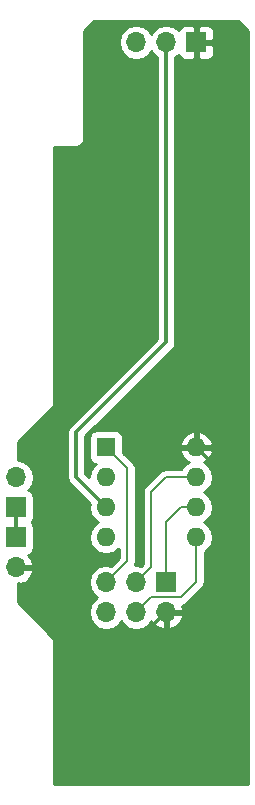
<source format=gtl>
G04 #@! TF.FileFunction,Copper,L1,Top,Signal*
%FSLAX46Y46*%
G04 Gerber Fmt 4.6, Leading zero omitted, Abs format (unit mm)*
G04 Created by KiCad (PCBNEW 4.0.7-e2-6376~61~ubuntu18.04.1) date Tue Jan 21 21:21:50 2020*
%MOMM*%
%LPD*%
G01*
G04 APERTURE LIST*
%ADD10C,0.100000*%
%ADD11R,1.700000X1.700000*%
%ADD12O,1.700000X1.700000*%
%ADD13R,1.600000X1.600000*%
%ADD14O,1.600000X1.600000*%
%ADD15C,0.304800*%
%ADD16C,0.152400*%
%ADD17C,0.254000*%
G04 APERTURE END LIST*
D10*
D11*
X160020000Y-73660000D03*
D12*
X157480000Y-73660000D03*
X154940000Y-73660000D03*
D11*
X144780000Y-115570000D03*
D12*
X144780000Y-118110000D03*
D11*
X144780000Y-113030000D03*
D12*
X144780000Y-110490000D03*
D13*
X152400000Y-107950000D03*
D14*
X160020000Y-115570000D03*
X152400000Y-110490000D03*
X160020000Y-113030000D03*
X152400000Y-113030000D03*
X160020000Y-110490000D03*
X152400000Y-115570000D03*
X160020000Y-107950000D03*
D11*
X157480000Y-119380000D03*
D12*
X157480000Y-121920000D03*
X154940000Y-119380000D03*
X154940000Y-121920000D03*
X152400000Y-119380000D03*
X152400000Y-121920000D03*
D15*
X160020000Y-73660000D02*
X160020000Y-76200000D01*
X160020000Y-76200000D02*
X160020000Y-107950000D01*
X160020000Y-107950000D02*
X161798000Y-109728000D01*
X157480000Y-121920000D02*
X155702000Y-123698000D01*
X146050000Y-118110000D02*
X144780000Y-118110000D01*
X151638000Y-123698000D02*
X146050000Y-118110000D01*
X155702000Y-123698000D02*
X151638000Y-123698000D01*
X160020000Y-121920000D02*
X157480000Y-121920000D01*
X161798000Y-120650000D02*
X160020000Y-121920000D01*
X161798000Y-109728000D02*
X161798000Y-120650000D01*
X149860000Y-106680000D02*
X157480000Y-99060000D01*
X157480000Y-99060000D02*
X157480000Y-73660000D01*
X152400000Y-113030000D02*
X149860000Y-110490000D01*
X149860000Y-110490000D02*
X149860000Y-106680000D01*
X144780000Y-113030000D02*
X144780000Y-115570000D01*
D16*
X152400000Y-107950000D02*
X154178000Y-109728000D01*
X154178000Y-117602000D02*
X152400000Y-119380000D01*
X154178000Y-109728000D02*
X154178000Y-117602000D01*
X160020000Y-115570000D02*
X160020000Y-119380000D01*
X156210000Y-120650000D02*
X154940000Y-121920000D01*
X158750000Y-120650000D02*
X156210000Y-120650000D01*
X160020000Y-119380000D02*
X158750000Y-120650000D01*
X160020000Y-113030000D02*
X158750000Y-113030000D01*
X157480000Y-114300000D02*
X157480000Y-119380000D01*
X158750000Y-113030000D02*
X157480000Y-114300000D01*
X156210000Y-116840000D02*
X156210000Y-118110000D01*
X156210000Y-118110000D02*
X154940000Y-119380000D01*
X160020000Y-110490000D02*
X157480000Y-110490000D01*
X156210000Y-111760000D02*
X156210000Y-116840000D01*
X156210000Y-116840000D02*
X156210000Y-116840000D01*
X157480000Y-110490000D02*
X156210000Y-111760000D01*
D17*
G36*
X164415000Y-72673736D02*
X164415000Y-136475000D01*
X148005000Y-136475000D01*
X148005000Y-124460000D01*
X147952857Y-124197862D01*
X147804368Y-123975632D01*
X144907000Y-121078264D01*
X144907000Y-119595000D01*
X144907002Y-119595000D01*
X144907002Y-119430820D01*
X145136892Y-119551486D01*
X145661358Y-119305183D01*
X146051645Y-118876924D01*
X146221476Y-118466890D01*
X146100155Y-118237000D01*
X144907000Y-118237000D01*
X144907000Y-117983000D01*
X146100155Y-117983000D01*
X146221476Y-117753110D01*
X146051645Y-117343076D01*
X145775499Y-117040063D01*
X145865317Y-117023162D01*
X146081441Y-116884090D01*
X146226431Y-116671890D01*
X146277440Y-116420000D01*
X146277440Y-114720000D01*
X146233162Y-114484683D01*
X146112985Y-114297923D01*
X146226431Y-114131890D01*
X146277440Y-113880000D01*
X146277440Y-112180000D01*
X146233162Y-111944683D01*
X146094090Y-111728559D01*
X145881890Y-111583569D01*
X145814459Y-111569914D01*
X145859147Y-111540054D01*
X146181054Y-111058285D01*
X146294093Y-110490000D01*
X146181054Y-109921715D01*
X145859147Y-109439946D01*
X145377378Y-109118039D01*
X144907000Y-109024475D01*
X144907000Y-107521736D01*
X145748736Y-106680000D01*
X149072600Y-106680000D01*
X149072600Y-110490000D01*
X149132537Y-110791325D01*
X149303224Y-111046776D01*
X150994883Y-112738435D01*
X150936887Y-113030000D01*
X151046120Y-113579151D01*
X151357189Y-114044698D01*
X151739275Y-114300000D01*
X151357189Y-114555302D01*
X151046120Y-115020849D01*
X150936887Y-115570000D01*
X151046120Y-116119151D01*
X151357189Y-116584698D01*
X151822736Y-116895767D01*
X152371887Y-117005000D01*
X152428113Y-117005000D01*
X152977264Y-116895767D01*
X153442811Y-116584698D01*
X153466800Y-116548796D01*
X153466800Y-117307411D01*
X152823971Y-117950240D01*
X152400000Y-117865907D01*
X151831715Y-117978946D01*
X151349946Y-118300853D01*
X151028039Y-118782622D01*
X150915000Y-119350907D01*
X150915000Y-119409093D01*
X151028039Y-119977378D01*
X151349946Y-120459147D01*
X151635578Y-120650000D01*
X151349946Y-120840853D01*
X151028039Y-121322622D01*
X150915000Y-121890907D01*
X150915000Y-121949093D01*
X151028039Y-122517378D01*
X151349946Y-122999147D01*
X151831715Y-123321054D01*
X152400000Y-123434093D01*
X152968285Y-123321054D01*
X153450054Y-122999147D01*
X153670000Y-122669974D01*
X153889946Y-122999147D01*
X154371715Y-123321054D01*
X154940000Y-123434093D01*
X155508285Y-123321054D01*
X155990054Y-122999147D01*
X156217702Y-122658447D01*
X156284817Y-122801358D01*
X156713076Y-123191645D01*
X157123110Y-123361476D01*
X157353000Y-123240155D01*
X157353000Y-122047000D01*
X157607000Y-122047000D01*
X157607000Y-123240155D01*
X157836890Y-123361476D01*
X158246924Y-123191645D01*
X158675183Y-122801358D01*
X158921486Y-122276892D01*
X158800819Y-122047000D01*
X157607000Y-122047000D01*
X157353000Y-122047000D01*
X157333000Y-122047000D01*
X157333000Y-121793000D01*
X157353000Y-121793000D01*
X157353000Y-121773000D01*
X157607000Y-121773000D01*
X157607000Y-121793000D01*
X158800819Y-121793000D01*
X158921486Y-121563108D01*
X158820115Y-121347253D01*
X159022165Y-121307063D01*
X159252894Y-121152894D01*
X160522894Y-119882895D01*
X160677063Y-119652165D01*
X160721091Y-119430819D01*
X160731200Y-119380000D01*
X160731200Y-116806274D01*
X161062811Y-116584698D01*
X161373880Y-116119151D01*
X161483113Y-115570000D01*
X161373880Y-115020849D01*
X161062811Y-114555302D01*
X160680725Y-114300000D01*
X161062811Y-114044698D01*
X161373880Y-113579151D01*
X161483113Y-113030000D01*
X161373880Y-112480849D01*
X161062811Y-112015302D01*
X160680725Y-111760000D01*
X161062811Y-111504698D01*
X161373880Y-111039151D01*
X161483113Y-110490000D01*
X161373880Y-109940849D01*
X161062811Y-109475302D01*
X160658297Y-109205014D01*
X160875134Y-109102389D01*
X161251041Y-108687423D01*
X161411904Y-108299039D01*
X161289915Y-108077000D01*
X160147000Y-108077000D01*
X160147000Y-108097000D01*
X159893000Y-108097000D01*
X159893000Y-108077000D01*
X158750085Y-108077000D01*
X158628096Y-108299039D01*
X158788959Y-108687423D01*
X159164866Y-109102389D01*
X159381703Y-109205014D01*
X158977189Y-109475302D01*
X158774398Y-109778800D01*
X157480000Y-109778800D01*
X157252990Y-109823955D01*
X157207835Y-109832937D01*
X156977105Y-109987106D01*
X155707106Y-111257106D01*
X155552937Y-111487835D01*
X155552937Y-111487836D01*
X155498800Y-111760000D01*
X155498800Y-117815411D01*
X155363971Y-117950240D01*
X154940000Y-117865907D01*
X154825341Y-117888714D01*
X154835063Y-117874164D01*
X154889200Y-117602000D01*
X154889200Y-109728000D01*
X154835063Y-109455836D01*
X154796044Y-109397440D01*
X154680895Y-109225106D01*
X153847440Y-108391651D01*
X153847440Y-107600961D01*
X158628096Y-107600961D01*
X158750085Y-107823000D01*
X159893000Y-107823000D01*
X159893000Y-106679371D01*
X160147000Y-106679371D01*
X160147000Y-107823000D01*
X161289915Y-107823000D01*
X161411904Y-107600961D01*
X161251041Y-107212577D01*
X160875134Y-106797611D01*
X160369041Y-106558086D01*
X160147000Y-106679371D01*
X159893000Y-106679371D01*
X159670959Y-106558086D01*
X159164866Y-106797611D01*
X158788959Y-107212577D01*
X158628096Y-107600961D01*
X153847440Y-107600961D01*
X153847440Y-107150000D01*
X153803162Y-106914683D01*
X153664090Y-106698559D01*
X153451890Y-106553569D01*
X153200000Y-106502560D01*
X151600000Y-106502560D01*
X151364683Y-106546838D01*
X151148559Y-106685910D01*
X151003569Y-106898110D01*
X150952560Y-107150000D01*
X150952560Y-108750000D01*
X150996838Y-108985317D01*
X151135910Y-109201441D01*
X151348110Y-109346431D01*
X151503089Y-109377815D01*
X151357189Y-109475302D01*
X151046120Y-109940849D01*
X150942970Y-110459418D01*
X150647400Y-110163848D01*
X150647400Y-107006152D01*
X158036776Y-99616776D01*
X158207463Y-99361325D01*
X158267400Y-99060000D01*
X158267400Y-74914646D01*
X158530054Y-74739147D01*
X158559403Y-74695223D01*
X158631673Y-74869698D01*
X158810301Y-75048327D01*
X159043690Y-75145000D01*
X159734250Y-75145000D01*
X159893000Y-74986250D01*
X159893000Y-73787000D01*
X160147000Y-73787000D01*
X160147000Y-74986250D01*
X160305750Y-75145000D01*
X160996310Y-75145000D01*
X161229699Y-75048327D01*
X161408327Y-74869698D01*
X161505000Y-74636309D01*
X161505000Y-73945750D01*
X161346250Y-73787000D01*
X160147000Y-73787000D01*
X159893000Y-73787000D01*
X159873000Y-73787000D01*
X159873000Y-73533000D01*
X159893000Y-73533000D01*
X159893000Y-72333750D01*
X160147000Y-72333750D01*
X160147000Y-73533000D01*
X161346250Y-73533000D01*
X161505000Y-73374250D01*
X161505000Y-72683691D01*
X161408327Y-72450302D01*
X161229699Y-72271673D01*
X160996310Y-72175000D01*
X160305750Y-72175000D01*
X160147000Y-72333750D01*
X159893000Y-72333750D01*
X159734250Y-72175000D01*
X159043690Y-72175000D01*
X158810301Y-72271673D01*
X158631673Y-72450302D01*
X158559403Y-72624777D01*
X158530054Y-72580853D01*
X158048285Y-72258946D01*
X157480000Y-72145907D01*
X156911715Y-72258946D01*
X156429946Y-72580853D01*
X156210000Y-72910026D01*
X155990054Y-72580853D01*
X155508285Y-72258946D01*
X154940000Y-72145907D01*
X154371715Y-72258946D01*
X153889946Y-72580853D01*
X153568039Y-73062622D01*
X153455000Y-73630907D01*
X153455000Y-73689093D01*
X153568039Y-74257378D01*
X153889946Y-74739147D01*
X154371715Y-75061054D01*
X154940000Y-75174093D01*
X155508285Y-75061054D01*
X155990054Y-74739147D01*
X156210000Y-74409974D01*
X156429946Y-74739147D01*
X156692600Y-74914646D01*
X156692600Y-98733848D01*
X149303224Y-106123224D01*
X149132537Y-106378675D01*
X149072600Y-106680000D01*
X145748736Y-106680000D01*
X147804368Y-104624368D01*
X147952857Y-104402138D01*
X148005000Y-104140000D01*
X148005000Y-82473000D01*
X149860000Y-82473000D01*
X150122138Y-82420857D01*
X150344368Y-82272368D01*
X150492857Y-82050138D01*
X150545000Y-81788000D01*
X150545000Y-72673736D01*
X151413736Y-71805000D01*
X163546264Y-71805000D01*
X164415000Y-72673736D01*
X164415000Y-72673736D01*
G37*
X164415000Y-72673736D02*
X164415000Y-136475000D01*
X148005000Y-136475000D01*
X148005000Y-124460000D01*
X147952857Y-124197862D01*
X147804368Y-123975632D01*
X144907000Y-121078264D01*
X144907000Y-119595000D01*
X144907002Y-119595000D01*
X144907002Y-119430820D01*
X145136892Y-119551486D01*
X145661358Y-119305183D01*
X146051645Y-118876924D01*
X146221476Y-118466890D01*
X146100155Y-118237000D01*
X144907000Y-118237000D01*
X144907000Y-117983000D01*
X146100155Y-117983000D01*
X146221476Y-117753110D01*
X146051645Y-117343076D01*
X145775499Y-117040063D01*
X145865317Y-117023162D01*
X146081441Y-116884090D01*
X146226431Y-116671890D01*
X146277440Y-116420000D01*
X146277440Y-114720000D01*
X146233162Y-114484683D01*
X146112985Y-114297923D01*
X146226431Y-114131890D01*
X146277440Y-113880000D01*
X146277440Y-112180000D01*
X146233162Y-111944683D01*
X146094090Y-111728559D01*
X145881890Y-111583569D01*
X145814459Y-111569914D01*
X145859147Y-111540054D01*
X146181054Y-111058285D01*
X146294093Y-110490000D01*
X146181054Y-109921715D01*
X145859147Y-109439946D01*
X145377378Y-109118039D01*
X144907000Y-109024475D01*
X144907000Y-107521736D01*
X145748736Y-106680000D01*
X149072600Y-106680000D01*
X149072600Y-110490000D01*
X149132537Y-110791325D01*
X149303224Y-111046776D01*
X150994883Y-112738435D01*
X150936887Y-113030000D01*
X151046120Y-113579151D01*
X151357189Y-114044698D01*
X151739275Y-114300000D01*
X151357189Y-114555302D01*
X151046120Y-115020849D01*
X150936887Y-115570000D01*
X151046120Y-116119151D01*
X151357189Y-116584698D01*
X151822736Y-116895767D01*
X152371887Y-117005000D01*
X152428113Y-117005000D01*
X152977264Y-116895767D01*
X153442811Y-116584698D01*
X153466800Y-116548796D01*
X153466800Y-117307411D01*
X152823971Y-117950240D01*
X152400000Y-117865907D01*
X151831715Y-117978946D01*
X151349946Y-118300853D01*
X151028039Y-118782622D01*
X150915000Y-119350907D01*
X150915000Y-119409093D01*
X151028039Y-119977378D01*
X151349946Y-120459147D01*
X151635578Y-120650000D01*
X151349946Y-120840853D01*
X151028039Y-121322622D01*
X150915000Y-121890907D01*
X150915000Y-121949093D01*
X151028039Y-122517378D01*
X151349946Y-122999147D01*
X151831715Y-123321054D01*
X152400000Y-123434093D01*
X152968285Y-123321054D01*
X153450054Y-122999147D01*
X153670000Y-122669974D01*
X153889946Y-122999147D01*
X154371715Y-123321054D01*
X154940000Y-123434093D01*
X155508285Y-123321054D01*
X155990054Y-122999147D01*
X156217702Y-122658447D01*
X156284817Y-122801358D01*
X156713076Y-123191645D01*
X157123110Y-123361476D01*
X157353000Y-123240155D01*
X157353000Y-122047000D01*
X157607000Y-122047000D01*
X157607000Y-123240155D01*
X157836890Y-123361476D01*
X158246924Y-123191645D01*
X158675183Y-122801358D01*
X158921486Y-122276892D01*
X158800819Y-122047000D01*
X157607000Y-122047000D01*
X157353000Y-122047000D01*
X157333000Y-122047000D01*
X157333000Y-121793000D01*
X157353000Y-121793000D01*
X157353000Y-121773000D01*
X157607000Y-121773000D01*
X157607000Y-121793000D01*
X158800819Y-121793000D01*
X158921486Y-121563108D01*
X158820115Y-121347253D01*
X159022165Y-121307063D01*
X159252894Y-121152894D01*
X160522894Y-119882895D01*
X160677063Y-119652165D01*
X160721091Y-119430819D01*
X160731200Y-119380000D01*
X160731200Y-116806274D01*
X161062811Y-116584698D01*
X161373880Y-116119151D01*
X161483113Y-115570000D01*
X161373880Y-115020849D01*
X161062811Y-114555302D01*
X160680725Y-114300000D01*
X161062811Y-114044698D01*
X161373880Y-113579151D01*
X161483113Y-113030000D01*
X161373880Y-112480849D01*
X161062811Y-112015302D01*
X160680725Y-111760000D01*
X161062811Y-111504698D01*
X161373880Y-111039151D01*
X161483113Y-110490000D01*
X161373880Y-109940849D01*
X161062811Y-109475302D01*
X160658297Y-109205014D01*
X160875134Y-109102389D01*
X161251041Y-108687423D01*
X161411904Y-108299039D01*
X161289915Y-108077000D01*
X160147000Y-108077000D01*
X160147000Y-108097000D01*
X159893000Y-108097000D01*
X159893000Y-108077000D01*
X158750085Y-108077000D01*
X158628096Y-108299039D01*
X158788959Y-108687423D01*
X159164866Y-109102389D01*
X159381703Y-109205014D01*
X158977189Y-109475302D01*
X158774398Y-109778800D01*
X157480000Y-109778800D01*
X157252990Y-109823955D01*
X157207835Y-109832937D01*
X156977105Y-109987106D01*
X155707106Y-111257106D01*
X155552937Y-111487835D01*
X155552937Y-111487836D01*
X155498800Y-111760000D01*
X155498800Y-117815411D01*
X155363971Y-117950240D01*
X154940000Y-117865907D01*
X154825341Y-117888714D01*
X154835063Y-117874164D01*
X154889200Y-117602000D01*
X154889200Y-109728000D01*
X154835063Y-109455836D01*
X154796044Y-109397440D01*
X154680895Y-109225106D01*
X153847440Y-108391651D01*
X153847440Y-107600961D01*
X158628096Y-107600961D01*
X158750085Y-107823000D01*
X159893000Y-107823000D01*
X159893000Y-106679371D01*
X160147000Y-106679371D01*
X160147000Y-107823000D01*
X161289915Y-107823000D01*
X161411904Y-107600961D01*
X161251041Y-107212577D01*
X160875134Y-106797611D01*
X160369041Y-106558086D01*
X160147000Y-106679371D01*
X159893000Y-106679371D01*
X159670959Y-106558086D01*
X159164866Y-106797611D01*
X158788959Y-107212577D01*
X158628096Y-107600961D01*
X153847440Y-107600961D01*
X153847440Y-107150000D01*
X153803162Y-106914683D01*
X153664090Y-106698559D01*
X153451890Y-106553569D01*
X153200000Y-106502560D01*
X151600000Y-106502560D01*
X151364683Y-106546838D01*
X151148559Y-106685910D01*
X151003569Y-106898110D01*
X150952560Y-107150000D01*
X150952560Y-108750000D01*
X150996838Y-108985317D01*
X151135910Y-109201441D01*
X151348110Y-109346431D01*
X151503089Y-109377815D01*
X151357189Y-109475302D01*
X151046120Y-109940849D01*
X150942970Y-110459418D01*
X150647400Y-110163848D01*
X150647400Y-107006152D01*
X158036776Y-99616776D01*
X158207463Y-99361325D01*
X158267400Y-99060000D01*
X158267400Y-74914646D01*
X158530054Y-74739147D01*
X158559403Y-74695223D01*
X158631673Y-74869698D01*
X158810301Y-75048327D01*
X159043690Y-75145000D01*
X159734250Y-75145000D01*
X159893000Y-74986250D01*
X159893000Y-73787000D01*
X160147000Y-73787000D01*
X160147000Y-74986250D01*
X160305750Y-75145000D01*
X160996310Y-75145000D01*
X161229699Y-75048327D01*
X161408327Y-74869698D01*
X161505000Y-74636309D01*
X161505000Y-73945750D01*
X161346250Y-73787000D01*
X160147000Y-73787000D01*
X159893000Y-73787000D01*
X159873000Y-73787000D01*
X159873000Y-73533000D01*
X159893000Y-73533000D01*
X159893000Y-72333750D01*
X160147000Y-72333750D01*
X160147000Y-73533000D01*
X161346250Y-73533000D01*
X161505000Y-73374250D01*
X161505000Y-72683691D01*
X161408327Y-72450302D01*
X161229699Y-72271673D01*
X160996310Y-72175000D01*
X160305750Y-72175000D01*
X160147000Y-72333750D01*
X159893000Y-72333750D01*
X159734250Y-72175000D01*
X159043690Y-72175000D01*
X158810301Y-72271673D01*
X158631673Y-72450302D01*
X158559403Y-72624777D01*
X158530054Y-72580853D01*
X158048285Y-72258946D01*
X157480000Y-72145907D01*
X156911715Y-72258946D01*
X156429946Y-72580853D01*
X156210000Y-72910026D01*
X155990054Y-72580853D01*
X155508285Y-72258946D01*
X154940000Y-72145907D01*
X154371715Y-72258946D01*
X153889946Y-72580853D01*
X153568039Y-73062622D01*
X153455000Y-73630907D01*
X153455000Y-73689093D01*
X153568039Y-74257378D01*
X153889946Y-74739147D01*
X154371715Y-75061054D01*
X154940000Y-75174093D01*
X155508285Y-75061054D01*
X155990054Y-74739147D01*
X156210000Y-74409974D01*
X156429946Y-74739147D01*
X156692600Y-74914646D01*
X156692600Y-98733848D01*
X149303224Y-106123224D01*
X149132537Y-106378675D01*
X149072600Y-106680000D01*
X145748736Y-106680000D01*
X147804368Y-104624368D01*
X147952857Y-104402138D01*
X148005000Y-104140000D01*
X148005000Y-82473000D01*
X149860000Y-82473000D01*
X150122138Y-82420857D01*
X150344368Y-82272368D01*
X150492857Y-82050138D01*
X150545000Y-81788000D01*
X150545000Y-72673736D01*
X151413736Y-71805000D01*
X163546264Y-71805000D01*
X164415000Y-72673736D01*
M02*

</source>
